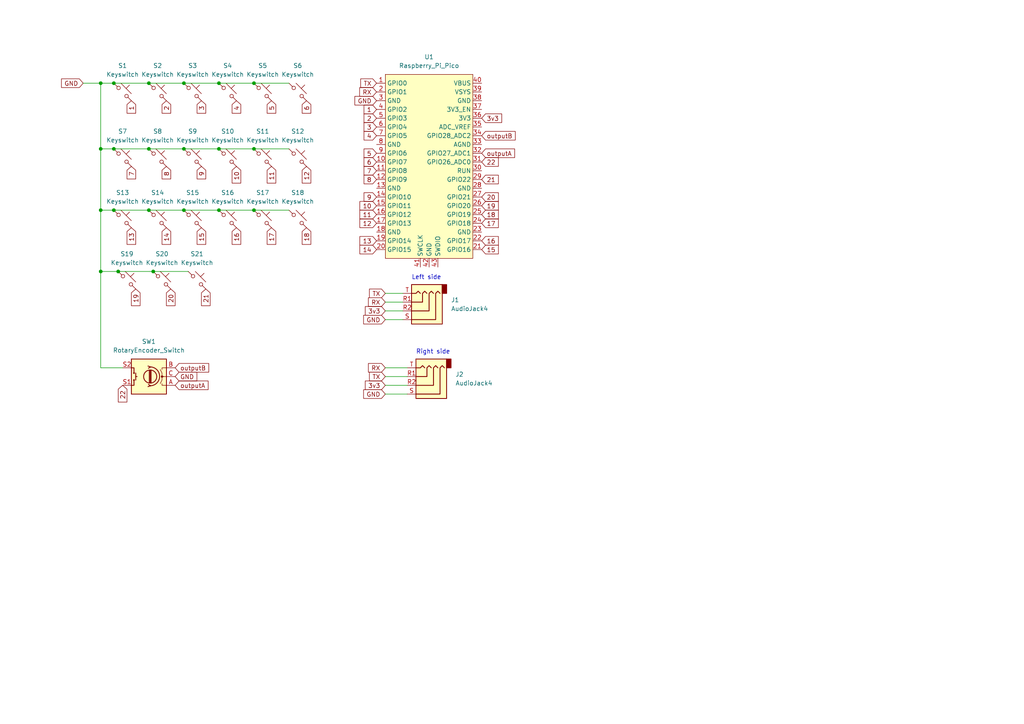
<source format=kicad_sch>
(kicad_sch (version 20230121) (generator eeschema)
  (paper "A4")
  (lib_symbols
    (symbol "Connector_Audio:AudioJack4"
      (property "Reference" "J" (at 0 8.89 0))
      (property "Value" "AudioJack4" (at 0 6.35 0))
      (symbol "AudioJack4_0_1"
        (rectangle (start -6.35 -5.08) (end -7.62 -7.62) (stroke (width 0.254)) (fill (type outline)))
        (polyline (pts (xy 0 -5.08) (xy 0.635 -5.715) (xy 1.27 -5.08) (xy 2.54 -5.08)) (stroke (width 0.254)))
        (polyline (pts (xy -5.715 -5.08) (xy -5.08 -5.715) (xy -4.445 -5.08) (xy -4.445 2.54) (xy 2.54 2.54)) (stroke (width 0.254)))
        (polyline (pts (xy -1.905 -5.08) (xy -1.27 -5.715) (xy -0.635 -5.08) (xy -0.635 -2.54) (xy 2.54 -2.54)) (stroke (width 0.254)))
        (polyline (pts (xy 2.54 0) (xy -2.54 0) (xy -2.54 -5.08) (xy -3.175 -5.715) (xy -3.81 -5.08)) (stroke (width 0.254)))
        (rectangle (start 2.54 3.81) (end -6.35 -7.62) (stroke (width 0.254)) (fill (type background)))
      )
      (symbol "AudioJack4_1_1"
        (pin passive line (at 5.08 -2.54 180) (length 2.54) (name "~") (number "R1"))
        (pin passive line (at 5.08 0 180) (length 2.54) (name "~") (number "R2"))
        (pin passive line (at 5.08 2.54 180) (length 2.54) (name "~") (number "S"))
        (pin passive line (at 5.08 -5.08 180) (length 2.54) (name "~") (number "T"))
      )
    )
    (symbol "Device:RotaryEncoder_Switch" (pin_names (offset 0.254) hide)
      (property "Reference" "SW" (at 0 6.604 0))
      (property "Value" "RotaryEncoder_Switch" (at 0 -6.604 0))
      (symbol "RotaryEncoder_Switch_0_1"
        (rectangle (start -5.08 5.08) (end 5.08 -5.08) (stroke (width 0.254)) (fill (type background)))
        (circle (center -3.81 0) (radius 0.254) (fill (type outline)))
        (circle (center -0.381 0) (radius 1.905) (stroke (width 0.254)))
        (arc (start -0.381 2.667) (mid -3.0988 -0.0635) (end -0.381 -2.794) (stroke (width 0.254)))
        (polyline (pts (xy -0.635 -1.778) (xy -0.635 1.778)) (stroke (width 0.254)))
        (polyline (pts (xy -0.381 -1.778) (xy -0.381 1.778)) (stroke (width 0.254)))
        (polyline (pts (xy -0.127 1.778) (xy -0.127 -1.778)) (stroke (width 0.254)))
        (polyline (pts (xy 3.81 0) (xy 3.429 0)) (stroke (width 0.254)))
        (polyline (pts (xy 3.81 1.016) (xy 3.81 -1.016)) (stroke (width 0.254)))
        (polyline (pts (xy -5.08 -2.54) (xy -3.81 -2.54) (xy -3.81 -2.032)))
        (polyline (pts (xy -5.08 2.54) (xy -3.81 2.54) (xy -3.81 2.032)))
        (polyline (pts (xy 0.254 -3.048) (xy -0.508 -2.794) (xy 0.127 -2.413)) (stroke (width 0.254)))
        (polyline (pts (xy 0.254 2.921) (xy -0.508 2.667) (xy 0.127 2.286)) (stroke (width 0.254)))
        (polyline (pts (xy 5.08 -2.54) (xy 4.318 -2.54) (xy 4.318 -1.016)) (stroke (width 0.254)))
        (polyline (pts (xy 5.08 2.54) (xy 4.318 2.54) (xy 4.318 1.016)) (stroke (width 0.254)))
        (polyline (pts (xy -5.08 0) (xy -3.81 0) (xy -3.81 -1.016) (xy -3.302 -2.032)))
        (polyline (pts (xy -4.318 0) (xy -3.81 0) (xy -3.81 1.016) (xy -3.302 2.032)))
        (circle (center 4.318 -1.016) (radius 0.127) (stroke (width 0.254)))
        (circle (center 4.318 1.016) (radius 0.127) (stroke (width 0.254)))
      )
      (symbol "RotaryEncoder_Switch_1_1"
        (pin passive line (at -7.62 2.54 0) (length 2.54) (name "A") (number "A"))
        (pin passive line (at -7.62 -2.54 0) (length 2.54) (name "B") (number "B"))
        (pin passive line (at -7.62 0 0) (length 2.54) (name "C") (number "C"))
        (pin passive line (at 7.62 2.54 180) (length 2.54) (name "S1") (number "S1"))
        (pin passive line (at 7.62 -2.54 180) (length 2.54) (name "S2") (number "S2"))
      )
    )
    (symbol "ScottoKeebs:MCU_Raspberry_Pi_Pico"
      (property "Reference" "U" (at 0 0 0))
      (property "Value" "Raspberry_Pi_Pico" (at 0 27.94 0))
      (symbol "MCU_Raspberry_Pi_Pico_0_1"
        (rectangle (start -12.7 26.67) (end 12.7 -26.67) (fill (type background)))
      )
      (symbol "MCU_Raspberry_Pi_Pico_1_1"
        (pin bidirectional line (at -15.24 24.13 0) (length 2.54) (name "GPIO0") (number "1"))
        (pin bidirectional line (at -15.24 1.27 0) (length 2.54) (name "GPIO7") (number "10"))
        (pin bidirectional line (at -15.24 -1.27 0) (length 2.54) (name "GPIO8") (number "11"))
        (pin bidirectional line (at -15.24 -3.81 0) (length 2.54) (name "GPIO9") (number "12"))
        (pin power_in line (at -15.24 -6.35 0) (length 2.54) (name "GND") (number "13"))
        (pin bidirectional line (at -15.24 -8.89 0) (length 2.54) (name "GPIO10") (number "14"))
        (pin bidirectional line (at -15.24 -11.43 0) (length 2.54) (name "GPIO11") (number "15"))
        (pin bidirectional line (at -15.24 -13.97 0) (length 2.54) (name "GPIO12") (number "16"))
        (pin bidirectional line (at -15.24 -16.51 0) (length 2.54) (name "GPIO13") (number "17"))
        (pin power_in line (at -15.24 -19.05 0) (length 2.54) (name "GND") (number "18"))
        (pin bidirectional line (at -15.24 -21.59 0) (length 2.54) (name "GPIO14") (number "19"))
        (pin bidirectional line (at -15.24 21.59 0) (length 2.54) (name "GPIO1") (number "2"))
        (pin bidirectional line (at -15.24 -24.13 0) (length 2.54) (name "GPIO15") (number "20"))
        (pin bidirectional line (at 15.24 -24.13 180) (length 2.54) (name "GPIO16") (number "21"))
        (pin bidirectional line (at 15.24 -21.59 180) (length 2.54) (name "GPIO17") (number "22"))
        (pin power_in line (at 15.24 -19.05 180) (length 2.54) (name "GND") (number "23"))
        (pin bidirectional line (at 15.24 -16.51 180) (length 2.54) (name "GPIO18") (number "24"))
        (pin bidirectional line (at 15.24 -13.97 180) (length 2.54) (name "GPIO19") (number "25"))
        (pin bidirectional line (at 15.24 -11.43 180) (length 2.54) (name "GPIO20") (number "26"))
        (pin bidirectional line (at 15.24 -8.89 180) (length 2.54) (name "GPIO21") (number "27"))
        (pin power_in line (at 15.24 -6.35 180) (length 2.54) (name "GND") (number "28"))
        (pin bidirectional line (at 15.24 -3.81 180) (length 2.54) (name "GPIO22") (number "29"))
        (pin power_in line (at -15.24 19.05 0) (length 2.54) (name "GND") (number "3"))
        (pin input line (at 15.24 -1.27 180) (length 2.54) (name "RUN") (number "30"))
        (pin bidirectional line (at 15.24 1.27 180) (length 2.54) (name "GPIO26_ADC0") (number "31"))
        (pin bidirectional line (at 15.24 3.81 180) (length 2.54) (name "GPIO27_ADC1") (number "32"))
        (pin power_in line (at 15.24 6.35 180) (length 2.54) (name "AGND") (number "33"))
        (pin bidirectional line (at 15.24 8.89 180) (length 2.54) (name "GPIO28_ADC2") (number "34"))
        (pin power_in line (at 15.24 11.43 180) (length 2.54) (name "ADC_VREF") (number "35"))
        (pin power_in line (at 15.24 13.97 180) (length 2.54) (name "3V3") (number "36"))
        (pin input line (at 15.24 16.51 180) (length 2.54) (name "3V3_EN") (number "37"))
        (pin bidirectional line (at 15.24 19.05 180) (length 2.54) (name "GND") (number "38"))
        (pin power_in line (at 15.24 21.59 180) (length 2.54) (name "VSYS") (number "39"))
        (pin bidirectional line (at -15.24 16.51 0) (length 2.54) (name "GPIO2") (number "4"))
        (pin power_in line (at 15.24 24.13 180) (length 2.54) (name "VBUS") (number "40"))
        (pin input line (at -2.54 -29.21 90) (length 2.54) (name "SWCLK") (number "41"))
        (pin power_in line (at 0 -29.21 90) (length 2.54) (name "GND") (number "42"))
        (pin bidirectional line (at 2.54 -29.21 90) (length 2.54) (name "SWDIO") (number "43"))
        (pin bidirectional line (at -15.24 13.97 0) (length 2.54) (name "GPIO3") (number "5"))
        (pin bidirectional line (at -15.24 11.43 0) (length 2.54) (name "GPIO4") (number "6"))
        (pin bidirectional line (at -15.24 8.89 0) (length 2.54) (name "GPIO5") (number "7"))
        (pin power_in line (at -15.24 6.35 0) (length 2.54) (name "GND") (number "8"))
        (pin bidirectional line (at -15.24 3.81 0) (length 2.54) (name "GPIO6") (number "9"))
      )
    )
    (symbol "ScottoKeebs:Placeholder_Keyswitch" (pin_numbers hide) (pin_names (offset 1.016) hide)
      (property "Reference" "S" (at 3.048 1.016 0))
      (property "Value" "Keyswitch" (at 0 -3.81 0))
      (symbol "Placeholder_Keyswitch_0_1"
        (circle (center -1.1684 1.1684) (radius 0.508))
        (polyline (pts (xy -0.508 2.54) (xy 2.54 -0.508)))
        (polyline (pts (xy 1.016 1.016) (xy 2.032 2.032)))
        (polyline (pts (xy -2.54 2.54) (xy -1.524 1.524) (xy -1.524 1.524)))
        (polyline (pts (xy 1.524 -1.524) (xy 2.54 -2.54) (xy 2.54 -2.54) (xy 2.54 -2.54)))
        (circle (center 1.143 -1.1938) (radius 0.508))
        (pin passive line (at -2.54 2.54 0) (length 0) (name "1") (number "1"))
        (pin passive line (at 2.54 -2.54 180) (length 0) (name "2") (number "2"))
      )
    )
  )
  (junction (at 44.45 78.74))
  (junction (at 29.21 24.13))
  (junction (at 73.66 43.18))
  (junction (at 29.21 60.96))
  (junction (at 73.66 60.96))
  (junction (at 53.34 43.18))
  (junction (at 63.5 24.13))
  (junction (at 53.34 24.13))
  (junction (at 43.18 60.96))
  (junction (at 63.5 60.96))
  (junction (at 63.5 43.18))
  (junction (at 33.02 60.96))
  (junction (at 29.21 78.74))
  (junction (at 33.02 24.13))
  (junction (at 73.66 24.13))
  (junction (at 43.18 43.18))
  (junction (at 29.21 43.18))
  (junction (at 53.34 60.96))
  (junction (at 43.18 24.13))
  (junction (at 34.29 78.74))
  (junction (at 33.02 43.18))
  (wire (pts (xy 29.21 78.74) (xy 34.29 78.74)))
  (wire (pts (xy 29.21 60.96) (xy 33.02 60.96)))
  (wire (pts (xy 111.76 111.76) (xy 118.11 111.76)))
  (wire (pts (xy 29.21 106.68) (xy 35.56 106.68)))
  (wire (pts (xy 53.34 60.96) (xy 63.5 60.96)))
  (wire (pts (xy 33.02 43.18) (xy 43.18 43.18)))
  (wire (pts (xy 43.18 60.96) (xy 53.34 60.96)))
  (wire (pts (xy 53.34 24.13) (xy 63.5 24.13)))
  (wire (pts (xy 111.76 87.63) (xy 116.84 87.63)))
  (wire (pts (xy 63.5 24.13) (xy 73.66 24.13)))
  (wire (pts (xy 53.34 43.18) (xy 63.5 43.18)))
  (wire (pts (xy 73.66 43.18) (xy 83.82 43.18)))
  (wire (pts (xy 63.5 60.96) (xy 73.66 60.96)))
  (wire (pts (xy 29.21 43.18) (xy 29.21 60.96)))
  (wire (pts (xy 29.21 43.18) (xy 29.21 24.13)))
  (wire (pts (xy 29.21 78.74) (xy 29.21 106.68)))
  (wire (pts (xy 34.29 78.74) (xy 44.45 78.74)))
  (wire (pts (xy 73.66 60.96) (xy 83.82 60.96)))
  (wire (pts (xy 24.13 24.13) (xy 29.21 24.13)))
  (wire (pts (xy 111.76 92.71) (xy 116.84 92.71)))
  (wire (pts (xy 33.02 24.13) (xy 43.18 24.13)))
  (wire (pts (xy 73.66 24.13) (xy 83.82 24.13)))
  (wire (pts (xy 29.21 60.96) (xy 29.21 78.74)))
  (wire (pts (xy 111.76 90.17) (xy 116.84 90.17)))
  (wire (pts (xy 33.02 60.96) (xy 43.18 60.96)))
  (wire (pts (xy 43.18 24.13) (xy 53.34 24.13)))
  (wire (pts (xy 43.18 43.18) (xy 53.34 43.18)))
  (wire (pts (xy 111.76 85.09) (xy 116.84 85.09)))
  (wire (pts (xy 111.76 114.3) (xy 118.11 114.3)))
  (wire (pts (xy 33.02 43.18) (xy 29.21 43.18)))
  (wire (pts (xy 111.76 106.68) (xy 118.11 106.68)))
  (wire (pts (xy 63.5 43.18) (xy 73.66 43.18)))
  (wire (pts (xy 44.45 78.74) (xy 54.61 78.74)))
  (wire (pts (xy 111.76 109.22) (xy 118.11 109.22)))
  (wire (pts (xy 29.21 24.13) (xy 33.02 24.13)))
  (text "Right side" (at 120.65 102.87 0) (effects (font (size 1.27 1.27)) (justify left bottom)))
  (text "Left side" (at 119.38 81.28 0) (effects (font (size 1.27 1.27)) (justify left bottom)))
  (global_label "9" (shape input) (at 58.42 48.26 270) (property "Intersheetrefs" "${INTERSHEET_REFS}" (effects hide)))
  (global_label "17" (shape input) (at 78.74 66.04 270) (property "Intersheetrefs" "${INTERSHEET_REFS}" (effects hide)))
  (global_label "6" (shape input) (at 88.9 29.21 270) (property "Intersheetrefs" "${INTERSHEET_REFS}" (effects hide)))
  (global_label "3v3" (shape input) (at 139.7 34.29 0) (property "Intersheetrefs" "${INTERSHEET_REFS}" (effects hide)))
  (global_label "GND" (shape input) (at 111.76 92.71 180) (property "Intersheetrefs" "${INTERSHEET_REFS}" (effects hide)))
  (global_label "19" (shape input) (at 39.37 83.82 270) (property "Intersheetrefs" "${INTERSHEET_REFS}" (effects hide)))
  (global_label "GND" (shape input) (at 50.8 109.22 0) (property "Intersheetrefs" "${INTERSHEET_REFS}" (effects hide)))
  (global_label "3" (shape input) (at 58.42 29.21 270) (property "Intersheetrefs" "${INTERSHEET_REFS}" (effects hide)))
  (global_label "6" (shape input) (at 109.22 46.99 180) (property "Intersheetrefs" "${INTERSHEET_REFS}" (effects hide)))
  (global_label "3v3" (shape input) (at 111.76 111.76 180) (property "Intersheetrefs" "${INTERSHEET_REFS}" (effects hide)))
  (global_label "10" (shape input) (at 109.22 59.69 180) (property "Intersheetrefs" "${INTERSHEET_REFS}" (effects hide)))
  (global_label "RX" (shape input) (at 109.22 26.67 180) (property "Intersheetrefs" "${INTERSHEET_REFS}" (effects hide)))
  (global_label "22" (shape input) (at 139.7 46.99 0) (property "Intersheetrefs" "${INTERSHEET_REFS}" (effects hide)))
  (global_label "15" (shape input) (at 139.7 72.39 0) (property "Intersheetrefs" "${INTERSHEET_REFS}" (effects hide)))
  (global_label "8" (shape input) (at 48.26 48.26 270) (property "Intersheetrefs" "${INTERSHEET_REFS}" (effects hide)))
  (global_label "16" (shape input) (at 68.58 66.04 270) (property "Intersheetrefs" "${INTERSHEET_REFS}" (effects hide)))
  (global_label "14" (shape input) (at 109.22 72.39 180) (property "Intersheetrefs" "${INTERSHEET_REFS}" (effects hide)))
  (global_label "GND" (shape input) (at 109.22 29.21 180) (property "Intersheetrefs" "${INTERSHEET_REFS}" (effects hide)))
  (global_label "19" (shape input) (at 139.7 59.69 0) (property "Intersheetrefs" "${INTERSHEET_REFS}" (effects hide)))
  (global_label "20" (shape input) (at 139.7 57.15 0) (property "Intersheetrefs" "${INTERSHEET_REFS}" (effects hide)))
  (global_label "2" (shape input) (at 48.26 29.21 270) (property "Intersheetrefs" "${INTERSHEET_REFS}" (effects hide)))
  (global_label "RX" (shape input) (at 111.76 87.63 180) (property "Intersheetrefs" "${INTERSHEET_REFS}" (effects hide)))
  (global_label "15" (shape input) (at 58.42 66.04 270) (property "Intersheetrefs" "${INTERSHEET_REFS}" (effects hide)))
  (global_label "21" (shape input) (at 139.7 52.07 0) (property "Intersheetrefs" "${INTERSHEET_REFS}" (effects hide)))
  (global_label "1" (shape input) (at 38.1 29.21 270) (property "Intersheetrefs" "${INTERSHEET_REFS}" (effects hide)))
  (global_label "GND" (shape input) (at 111.76 114.3 180) (property "Intersheetrefs" "${INTERSHEET_REFS}" (effects hide)))
  (global_label "12" (shape input) (at 109.22 64.77 180) (property "Intersheetrefs" "${INTERSHEET_REFS}" (effects hide)))
  (global_label "4" (shape input) (at 68.58 29.21 270) (property "Intersheetrefs" "${INTERSHEET_REFS}" (effects hide)))
  (global_label "8" (shape input) (at 109.22 52.07 180) (property "Intersheetrefs" "${INTERSHEET_REFS}" (effects hide)))
  (global_label "TX" (shape input) (at 111.76 109.22 180) (property "Intersheetrefs" "${INTERSHEET_REFS}" (effects hide)))
  (global_label "22" (shape input) (at 35.56 111.76 270) (property "Intersheetrefs" "${INTERSHEET_REFS}" (effects hide)))
  (global_label "18" (shape input) (at 88.9 66.04 270) (property "Intersheetrefs" "${INTERSHEET_REFS}" (effects hide)))
  (global_label "outputB" (shape input) (at 50.8 106.68 0) (property "Intersheetrefs" "${INTERSHEET_REFS}" (effects hide)))
  (global_label "outputB" (shape input) (at 139.7 39.37 0) (property "Intersheetrefs" "${INTERSHEET_REFS}" (effects hide)))
  (global_label "17" (shape input) (at 139.7 64.77 0) (property "Intersheetrefs" "${INTERSHEET_REFS}" (effects hide)))
  (global_label "3" (shape input) (at 109.22 36.83 180) (property "Intersheetrefs" "${INTERSHEET_REFS}" (effects hide)))
  (global_label "18" (shape input) (at 139.7 62.23 0) (property "Intersheetrefs" "${INTERSHEET_REFS}" (effects hide)))
  (global_label "13" (shape input) (at 38.1 66.04 270) (property "Intersheetrefs" "${INTERSHEET_REFS}" (effects hide)))
  (global_label "9" (shape input) (at 109.22 57.15 180) (property "Intersheetrefs" "${INTERSHEET_REFS}" (effects hide)))
  (global_label "5" (shape input) (at 78.74 29.21 270) (property "Intersheetrefs" "${INTERSHEET_REFS}" (effects hide)))
  (global_label "GND" (shape input) (at 24.13 24.13 180) (property "Intersheetrefs" "${INTERSHEET_REFS}" (effects hide)))
  (global_label "outputA" (shape input) (at 139.7 44.45 0) (property "Intersheetrefs" "${INTERSHEET_REFS}" (effects hide)))
  (global_label "7" (shape input) (at 38.1 48.26 270) (property "Intersheetrefs" "${INTERSHEET_REFS}" (effects hide)))
  (global_label "TX" (shape input) (at 109.22 24.13 180) (property "Intersheetrefs" "${INTERSHEET_REFS}" (effects hide)))
  (global_label "4" (shape input) (at 109.22 39.37 180) (property "Intersheetrefs" "${INTERSHEET_REFS}" (effects hide)))
  (global_label "TX" (shape input) (at 111.76 85.09 180) (property "Intersheetrefs" "${INTERSHEET_REFS}" (effects hide)))
  (global_label "7" (shape input) (at 109.22 49.53 180) (property "Intersheetrefs" "${INTERSHEET_REFS}" (effects hide)))
  (global_label "12" (shape input) (at 88.9 48.26 270) (property "Intersheetrefs" "${INTERSHEET_REFS}" (effects hide)))
  (global_label "11" (shape input) (at 78.74 48.26 270) (property "Intersheetrefs" "${INTERSHEET_REFS}" (effects hide)))
  (global_label "1" (shape input) (at 109.22 31.75 180) (property "Intersheetrefs" "${INTERSHEET_REFS}" (effects hide)))
  (global_label "13" (shape input) (at 109.22 69.85 180) (property "Intersheetrefs" "${INTERSHEET_REFS}" (effects hide)))
  (global_label "RX" (shape input) (at 111.76 106.68 180) (property "Intersheetrefs" "${INTERSHEET_REFS}" (effects hide)))
  (global_label "16" (shape input) (at 139.7 69.85 0) (property "Intersheetrefs" "${INTERSHEET_REFS}" (effects hide)))
  (global_label "20" (shape input) (at 49.53 83.82 270) (property "Intersheetrefs" "${INTERSHEET_REFS}" (effects hide)))
  (global_label "21" (shape input) (at 59.69 83.82 270) (property "Intersheetrefs" "${INTERSHEET_REFS}" (effects hide)))
  (global_label "10" (shape input) (at 68.58 48.26 270) (property "Intersheetrefs" "${INTERSHEET_REFS}" (effects hide)))
  (global_label "2" (shape input) (at 109.22 34.29 180) (property "Intersheetrefs" "${INTERSHEET_REFS}" (effects hide)))
  (global_label "5" (shape input) (at 109.22 44.45 180) (property "Intersheetrefs" "${INTERSHEET_REFS}" (effects hide)))
  (global_label "3v3" (shape input) (at 111.76 90.17 180) (property "Intersheetrefs" "${INTERSHEET_REFS}" (effects hide)))
  (global_label "14" (shape input) (at 48.26 66.04 270) (property "Intersheetrefs" "${INTERSHEET_REFS}" (effects hide)))
  (global_label "outputA" (shape input) (at 50.8 111.76 0) (property "Intersheetrefs" "${INTERSHEET_REFS}" (effects hide)))
  (global_label "11" (shape input) (at 109.22 62.23 180) (property "Intersheetrefs" "${INTERSHEET_REFS}" (effects hide)))
  (symbol (lib_id "ScottoKeebs:Placeholder_Keyswitch") (at 36.83 81.28 0) (unit 1)
    (property "Reference" "S19" (at 36.83 73.66 0))
    (property "Value" "Keyswitch" (at 36.83 76.2 0))
    (property "Footprint" "kbd:CherryMX_MidHeight_Hotswap" (effects hide))
  )
  (symbol (lib_id "ScottoKeebs:Placeholder_Keyswitch") (at 86.36 45.72 0) (unit 1)
    (property "Reference" "S12" (at 86.36 38.1 0))
    (property "Value" "Keyswitch" (at 86.36 40.64 0))
    (property "Footprint" "kbd:CherryMX_MidHeight_Hotswap" (effects hide))
  )
  (symbol (lib_id "ScottoKeebs:Placeholder_Keyswitch") (at 55.88 63.5 0) (unit 1)
    (property "Reference" "S15" (at 55.88 55.88 0))
    (property "Value" "Keyswitch" (at 55.88 58.42 0))
    (property "Footprint" "kbd:CherryMX_MidHeight_Hotswap" (effects hide))
  )
  (symbol (lib_id "ScottoKeebs:Placeholder_Keyswitch") (at 76.2 45.72 0) (unit 1)
    (property "Reference" "S11" (at 76.2 38.1 0))
    (property "Value" "Keyswitch" (at 76.2 40.64 0))
    (property "Footprint" "kbd:CherryMX_MidHeight_Hotswap" (effects hide))
  )
  (symbol (lib_id "ScottoKeebs:Placeholder_Keyswitch") (at 76.2 63.5 0) (unit 1)
    (property "Reference" "S17" (at 76.2 55.88 0))
    (property "Value" "Keyswitch" (at 76.2 58.42 0))
    (property "Footprint" "kbd:CherryMX_MidHeight_Hotswap" (effects hide))
  )
  (symbol (lib_id "ScottoKeebs:Placeholder_Keyswitch") (at 46.99 81.28 0) (unit 1)
    (property "Reference" "S20" (at 46.99 73.66 0))
    (property "Value" "Keyswitch" (at 46.99 76.2 0))
    (property "Footprint" "kbd:CherryMX_MidHeight_Hotswap" (effects hide))
  )
  (symbol (lib_id "ScottoKeebs:Placeholder_Keyswitch") (at 45.72 45.72 0) (unit 1)
    (property "Reference" "S8" (at 45.72 38.1 0))
    (property "Value" "Keyswitch" (at 45.72 40.64 0))
    (property "Footprint" "kbd:CherryMX_MidHeight_Hotswap" (effects hide))
  )
  (symbol (lib_id "ScottoKeebs:Placeholder_Keyswitch") (at 55.88 45.72 0) (unit 1)
    (property "Reference" "S9" (at 55.88 38.1 0))
    (property "Value" "Keyswitch" (at 55.88 40.64 0))
    (property "Footprint" "kbd:CherryMX_MidHeight_Hotswap" (effects hide))
  )
  (symbol (lib_id "ScottoKeebs:Placeholder_Keyswitch") (at 66.04 26.67 0) (unit 1)
    (property "Reference" "S4" (at 66.04 19.05 0))
    (property "Value" "Keyswitch" (at 66.04 21.59 0))
    (property "Footprint" "kbd:CherryMX_MidHeight_Hotswap" (effects hide))
  )
  (symbol (lib_id "Device:RotaryEncoder_Switch") (at 43.18 109.22 180) (unit 1)
    (property "Reference" "SW1" (at 43.18 99.06 0))
    (property "Value" "RotaryEncoder_Switch" (at 43.18 101.6 0))
    (property "Footprint" "Keebio-Parts.pretty-master:RotaryEncoder_EC11" (effects hide))
  )
  (symbol (lib_id "ScottoKeebs:Placeholder_Keyswitch") (at 66.04 45.72 0) (unit 1)
    (property "Reference" "S10" (at 66.04 38.1 0))
    (property "Value" "Keyswitch" (at 66.04 40.64 0))
    (property "Footprint" "kbd:CherryMX_MidHeight_Hotswap" (effects hide))
  )
  (symbol (lib_id "ScottoKeebs:Placeholder_Keyswitch") (at 86.36 26.67 0) (unit 1)
    (property "Reference" "S6" (at 86.36 19.05 0))
    (property "Value" "Keyswitch" (at 86.36 21.59 0))
    (property "Footprint" "kbd:CherryMX_MidHeight_Hotswap" (effects hide))
  )
  (symbol (lib_id "ScottoKeebs:Placeholder_Keyswitch") (at 55.88 26.67 0) (unit 1)
    (property "Reference" "S3" (at 55.88 19.05 0))
    (property "Value" "Keyswitch" (at 55.88 21.59 0))
    (property "Footprint" "kbd:CherryMX_MidHeight_Hotswap" (effects hide))
  )
  (symbol (lib_id "ScottoKeebs:Placeholder_Keyswitch") (at 66.04 63.5 0) (unit 1)
    (property "Reference" "S16" (at 66.04 55.88 0))
    (property "Value" "Keyswitch" (at 66.04 58.42 0))
    (property "Footprint" "kbd:CherryMX_MidHeight_Hotswap" (effects hide))
  )
  (symbol (lib_id "ScottoKeebs:Placeholder_Keyswitch") (at 76.2 26.67 0) (unit 1)
    (property "Reference" "S5" (at 76.2 19.05 0))
    (property "Value" "Keyswitch" (at 76.2 21.59 0))
    (property "Footprint" "kbd:CherryMX_MidHeight_Hotswap" (effects hide))
  )
  (symbol (lib_id "ScottoKeebs:Placeholder_Keyswitch") (at 35.56 63.5 0) (unit 1)
    (property "Reference" "S13" (at 35.56 55.88 0))
    (property "Value" "Keyswitch" (at 35.56 58.42 0))
    (property "Footprint" "kbd:CherryMX_MidHeight_Hotswap" (effects hide))
  )
  (symbol (lib_id "ScottoKeebs:Placeholder_Keyswitch") (at 35.56 26.67 0) (unit 1)
    (property "Reference" "S1" (at 35.56 19.05 0))
    (property "Value" "Keyswitch" (at 35.56 21.59 0))
    (property "Footprint" "kbd:CherryMX_MidHeight_Hotswap" (effects hide))
  )
  (symbol (lib_id "ScottoKeebs:Placeholder_Keyswitch") (at 35.56 45.72 0) (unit 1)
    (property "Reference" "S7" (at 35.56 38.1 0))
    (property "Value" "Keyswitch" (at 35.56 40.64 0))
    (property "Footprint" "kbd:CherryMX_MidHeight_Hotswap" (effects hide))
  )
  (symbol (lib_id "ScottoKeebs:Placeholder_Keyswitch") (at 57.15 81.28 0) (unit 1)
    (property "Reference" "S21" (at 57.15 73.66 0))
    (property "Value" "Keyswitch" (at 57.15 76.2 0))
    (property "Footprint" "kbd:CherryMX_MidHeight_Hotswap" (effects hide))
  )
  (symbol (lib_id "ScottoKeebs:MCU_Raspberry_Pi_Pico") (at 124.46 48.26 0) (unit 1)
    (property "Reference" "U1" (at 124.46 16.51 0))
    (property "Value" "Raspberry_Pi_Pico" (at 124.46 19.05 0))
    (property "Footprint" "ScottoKeebs_MCU:Raspberry_Pi_Pico" (effects hide))
  )
  (symbol (lib_id "ScottoKeebs:Placeholder_Keyswitch") (at 45.72 63.5 0) (unit 1)
    (property "Reference" "S14" (at 45.72 55.88 0))
    (property "Value" "Keyswitch" (at 45.72 58.42 0))
    (property "Footprint" "kbd:CherryMX_MidHeight_Hotswap" (effects hide))
  )
  (symbol (lib_id "Connector_Audio:AudioJack4") (at 121.92 90.17 180) (unit 1)
    (property "Reference" "J1" (at 130.81 86.995 0) (effects (justify right)))
    (property "Value" "AudioJack4" (at 130.81 89.535 0) (effects (justify right)))
    (property "Footprint" "Connector_Audio:Jack_3.5mm_PJ320D_Horizontal" (effects hide))
  )
  (symbol (lib_id "Connector_Audio:AudioJack4") (at 123.19 111.76 180) (unit 1)
    (property "Reference" "J2" (at 132.08 108.585 0) (effects (justify right)))
    (property "Value" "AudioJack4" (at 132.08 111.125 0) (effects (justify right)))
    (property "Footprint" "Connector_Audio:Jack_3.5mm_PJ320D_Horizontal" (effects hide))
  )
  (symbol (lib_id "ScottoKeebs:Placeholder_Keyswitch") (at 86.36 63.5 0) (unit 1)
    (property "Reference" "S18" (at 86.36 55.88 0))
    (property "Value" "Keyswitch" (at 86.36 58.42 0))
    (property "Footprint" "kbd:CherryMX_MidHeight_Hotswap" (effects hide))
  )
  (symbol (lib_id "ScottoKeebs:Placeholder_Keyswitch") (at 45.72 26.67 0) (unit 1)
    (property "Reference" "S2" (at 45.72 19.05 0))
    (property "Value" "Keyswitch" (at 45.72 21.59 0))
    (property "Footprint" "kbd:CherryMX_MidHeight_Hotswap" (effects hide))
  )
)
</source>
